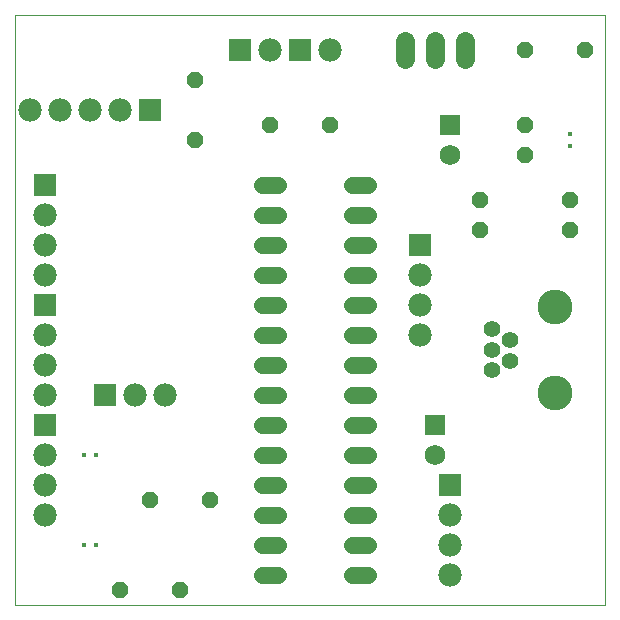
<source format=gts>
G75*
G70*
%OFA0B0*%
%FSLAX24Y24*%
%IPPOS*%
%LPD*%
%AMOC8*
5,1,8,0,0,1.08239X$1,22.5*
%
%ADD10C,0.0000*%
%ADD11R,0.0780X0.0780*%
%ADD12C,0.0780*%
%ADD13C,0.0555*%
%ADD14C,0.1162*%
%ADD15C,0.0640*%
%ADD16R,0.0690X0.0690*%
%ADD17C,0.0690*%
%ADD18R,0.0138X0.0148*%
%ADD19R,0.0148X0.0138*%
%ADD20OC8,0.0560*%
%ADD21C,0.0555*%
D10*
X000302Y000726D02*
X000302Y020411D01*
X019987Y020411D01*
X019987Y000726D01*
X000302Y000726D01*
D11*
X001302Y006726D03*
X003302Y007726D03*
X001302Y010726D03*
X001302Y014726D03*
X004802Y017226D03*
X007802Y019226D03*
X009802Y019226D03*
X013802Y012726D03*
X014802Y004726D03*
D12*
X014802Y003726D03*
X014802Y002726D03*
X014802Y001726D03*
X013802Y009726D03*
X013802Y010726D03*
X013802Y011726D03*
X010802Y019226D03*
X008802Y019226D03*
X003802Y017226D03*
X002802Y017226D03*
X001802Y017226D03*
X000802Y017226D03*
X001302Y013726D03*
X001302Y012726D03*
X001302Y011726D03*
X001302Y009726D03*
X001302Y008726D03*
X001302Y007726D03*
X001302Y005726D03*
X001302Y004726D03*
X001302Y003726D03*
X004302Y007726D03*
X005302Y007726D03*
D13*
X016202Y008556D03*
X016202Y009226D03*
X016822Y009556D03*
X016822Y008866D03*
X016202Y009926D03*
D14*
X018302Y010663D03*
X018302Y007789D03*
D15*
X015302Y018926D02*
X015302Y019526D01*
X014302Y019526D02*
X014302Y018926D01*
X013302Y018926D02*
X013302Y019526D01*
D16*
X014802Y016726D03*
X014302Y006726D03*
D17*
X014302Y005726D03*
X014802Y015726D03*
D18*
X018802Y016024D03*
X018802Y016427D03*
D19*
X003004Y005726D03*
X002601Y005726D03*
X002601Y002726D03*
X003004Y002726D03*
D20*
X003802Y001226D03*
X005802Y001226D03*
X004802Y004226D03*
X006802Y004226D03*
X015802Y013226D03*
X015802Y014226D03*
X017302Y015726D03*
X017302Y016726D03*
X017302Y019226D03*
X019302Y019226D03*
X018802Y014226D03*
X018802Y013226D03*
X010802Y016726D03*
X008802Y016726D03*
X006302Y016226D03*
X006302Y018226D03*
D21*
X008545Y014726D02*
X009060Y014726D01*
X009060Y013726D02*
X008545Y013726D01*
X008545Y012726D02*
X009060Y012726D01*
X009060Y011726D02*
X008545Y011726D01*
X008545Y010726D02*
X009060Y010726D01*
X009060Y009726D02*
X008545Y009726D01*
X008545Y008726D02*
X009060Y008726D01*
X009060Y007726D02*
X008545Y007726D01*
X008545Y006726D02*
X009060Y006726D01*
X009060Y005726D02*
X008545Y005726D01*
X008545Y004726D02*
X009060Y004726D01*
X009060Y003726D02*
X008545Y003726D01*
X008545Y002726D02*
X009060Y002726D01*
X009060Y001726D02*
X008545Y001726D01*
X011545Y001726D02*
X012060Y001726D01*
X012060Y002726D02*
X011545Y002726D01*
X011545Y003726D02*
X012060Y003726D01*
X012060Y004726D02*
X011545Y004726D01*
X011545Y005726D02*
X012060Y005726D01*
X012060Y006726D02*
X011545Y006726D01*
X011545Y007726D02*
X012060Y007726D01*
X012060Y008726D02*
X011545Y008726D01*
X011545Y009726D02*
X012060Y009726D01*
X012060Y010726D02*
X011545Y010726D01*
X011545Y011726D02*
X012060Y011726D01*
X012060Y012726D02*
X011545Y012726D01*
X011545Y013726D02*
X012060Y013726D01*
X012060Y014726D02*
X011545Y014726D01*
M02*

</source>
